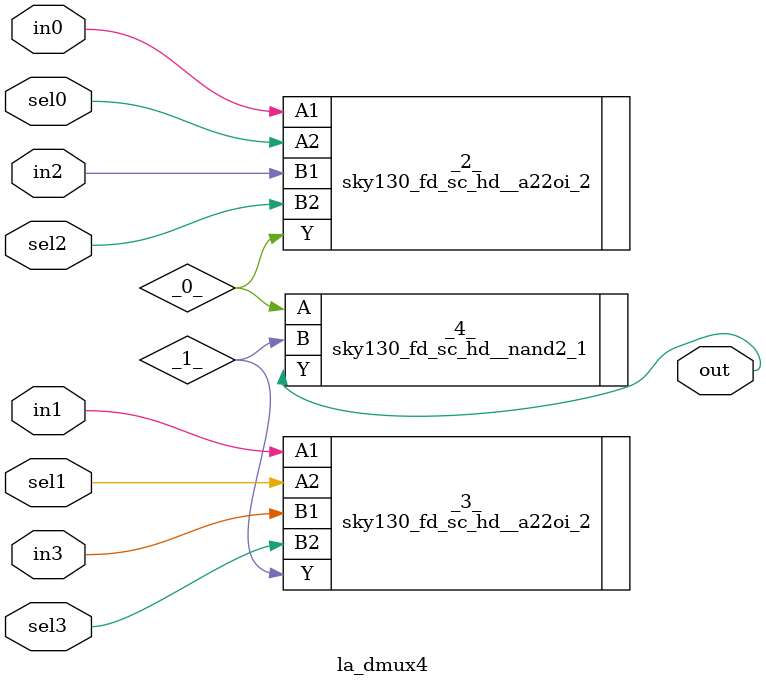
<source format=v>

/* Generated by Yosys 0.37 (git sha1 a5c7f69ed, clang 14.0.0-1ubuntu1.1 -fPIC -Os) */

module la_dmux4(sel3, sel2, sel1, sel0, in3, in2, in1, in0, out);
  wire _0_;
  wire _1_;
  input in0;
  wire in0;
  input in1;
  wire in1;
  input in2;
  wire in2;
  input in3;
  wire in3;
  output out;
  wire out;
  input sel0;
  wire sel0;
  input sel1;
  wire sel1;
  input sel2;
  wire sel2;
  input sel3;
  wire sel3;
  sky130_fd_sc_hd__a22oi_2 _2_ (
    .A1(in0),
    .A2(sel0),
    .B1(in2),
    .B2(sel2),
    .Y(_0_)
  );
  sky130_fd_sc_hd__a22oi_2 _3_ (
    .A1(in1),
    .A2(sel1),
    .B1(in3),
    .B2(sel3),
    .Y(_1_)
  );
  sky130_fd_sc_hd__nand2_1 _4_ (
    .A(_0_),
    .B(_1_),
    .Y(out)
  );
endmodule

</source>
